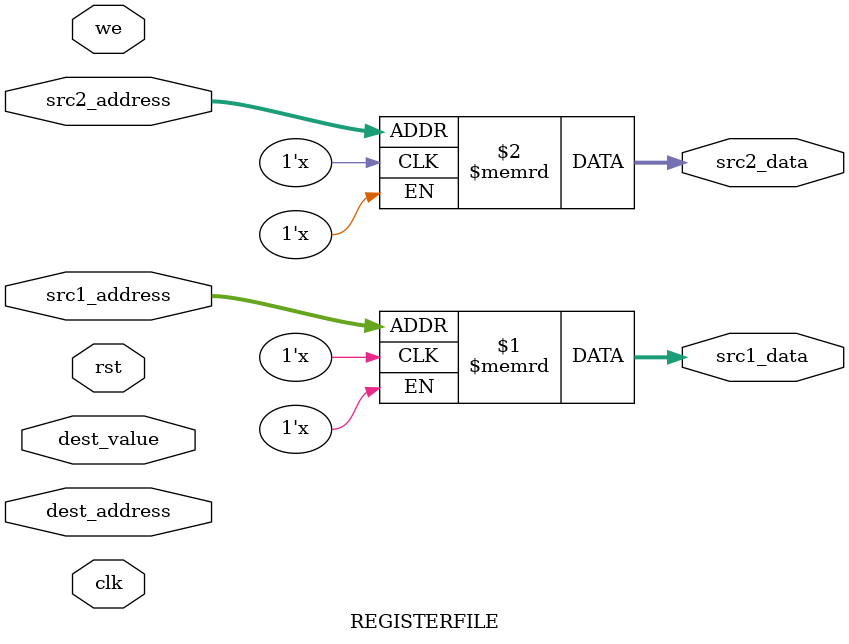
<source format=sv>
module REGISTERFILE 
#(
    parameter  NUMBER_OF_REGISTERS      = 32, 
    parameter  REGISTER_WIDTH           = 32, 
    parameter  REGISTER_INITIAL_VALUE   = 0, 
    localparam REGISTER_ADDRESS_WIDTH   = $clog2(NUMBER_OF_REGISTERS)
)(
    input  logic                                        clk,
    input  logic                                        rst,
    input  logic                                        we,
    input  logic [REGISTER_ADDRESS_WIDTH-1:0]           dest_address,
    input  logic [REGISTER_ADDRESS_WIDTH-1:0]           src1_address,
    input  logic [REGISTER_ADDRESS_WIDTH-1:0]           src2_address,
    input  logic [REGISTER_WIDTH-1:0]                   dest_value,
    
    output logic [REGISTER_WIDTH-1:0]                   src1_data,
    output logic [REGISTER_WIDTH-1:0]                   src2_data
);

    logic [NUMBER_OF_REGISTERS-1:0] register_values [REGISTER_WIDTH-1:0];
    
    genvar i;
    generate
    for (i=0; i < NUMBER_OF_REGISTERS; i=i+1) begin
        if (i == 0) begin
            REGISTER X0 (
                .clk      (clk),
                .rst      (rst),
                .we       (1'b0),
                .set_value('d0),
                .value    (register_values[0])
            );
            defparam X0.INITIAL_VALUE = 0;
        end else begin
            REGISTER Xi (
                .clk        (clk), 
                .rst        (rst), 
                .we         ( we && (dest_address == i) ), 
                .set_value  (dest_value), 
                .value      (register_values[i])
            );
            defparam Xi.INITIAL_VALUE = REGISTER_INITIAL_VALUE;
        end
    end
    endgenerate

    assign src1_data = register_values[src1_address];
    assign src2_data = register_values[src2_address];
    
endmodule
</source>
